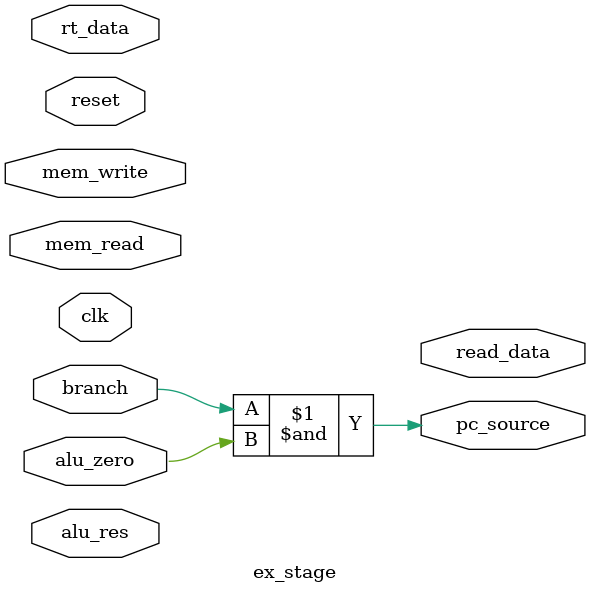
<source format=v>
`include "memory.v"

module ex_stage (input clk, input reset, input branch, input alu_zero, input mem_write, input mem_read, input [31:0] alu_res, input [31:0] rt_data, output pc_source,output [31:0] read_data);

    and G1(pc_source, branch, alu_zero);
    // ram #(32, 4) data_memory(mem_write, alu_res[5:2], rt_data, mem_read, read_data);
    
endmodule
</source>
